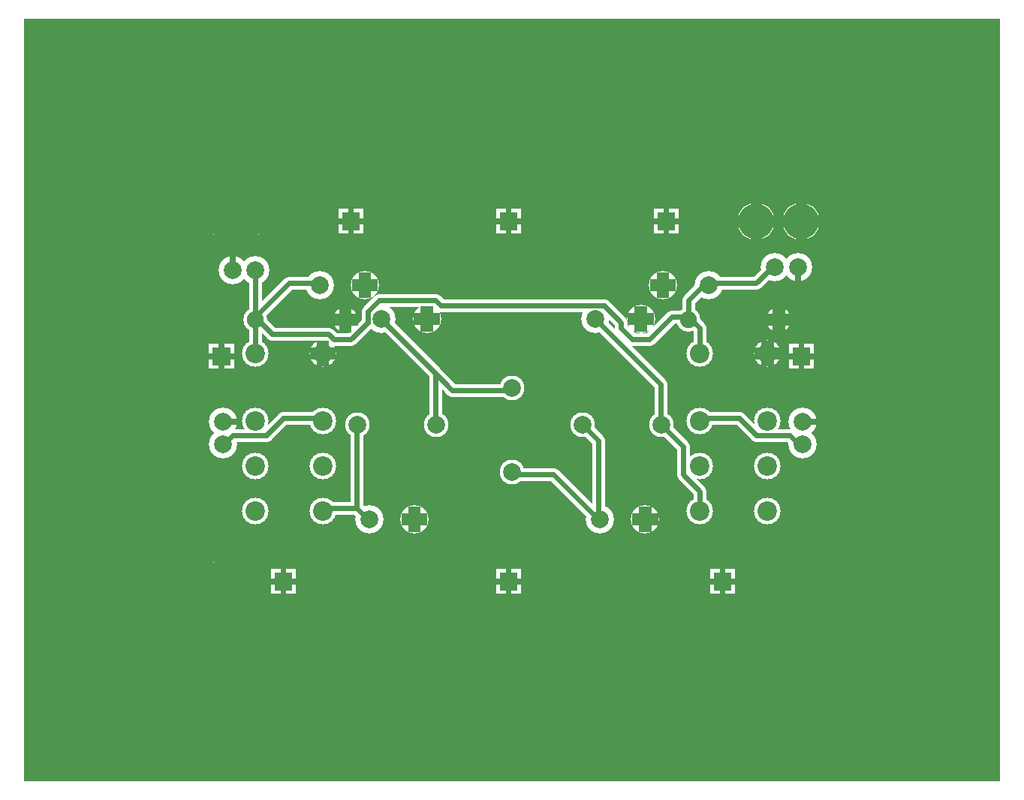
<source format=gbr>
%FSLAX34Y34*%
%MOMM*%
%LNCOPPER_BOTTOM*%
G71*
G01*
%ADD10C,3.000*%
%ADD11C,3.200*%
%ADD12C,2.700*%
%ADD13C,2.800*%
%ADD14C,2.800*%
%ADD15C,1.400*%
%ADD16C,4.200*%
%ADD17C,0.667*%
%ADD18C,0.813*%
%ADD19C,1.380*%
%ADD20C,3.053*%
%ADD21C,2.907*%
%ADD22C,2.973*%
%ADD23C,1.333*%
%ADD24C,2.200*%
%ADD25C,2.000*%
%ADD26C,1.900*%
%ADD27C,2.000*%
%ADD28C,0.600*%
%ADD29C,4.000*%
%LPD*%
G36*
X-200000Y660000D02*
X900000Y660000D01*
X900000Y-200000D01*
X-200000Y-200000D01*
X-200000Y660000D01*
G37*
%LPC*%
X60350Y282299D02*
G54D10*
D03*
X136550Y282299D02*
G54D10*
D03*
X60350Y206099D02*
G54D10*
D03*
X60350Y155299D02*
G54D10*
D03*
X60350Y104499D02*
G54D10*
D03*
X136550Y206099D02*
G54D10*
D03*
X136550Y155299D02*
G54D10*
D03*
X136550Y104499D02*
G54D10*
D03*
X562000Y282299D02*
G54D10*
D03*
X638200Y282299D02*
G54D10*
D03*
X562000Y206099D02*
G54D10*
D03*
X562000Y155299D02*
G54D10*
D03*
X562000Y104499D02*
G54D10*
D03*
X638200Y206099D02*
G54D10*
D03*
X638200Y155299D02*
G54D10*
D03*
X638200Y104499D02*
G54D10*
D03*
X184010Y359325D02*
G54D11*
D03*
X133030Y359213D02*
G54D11*
D03*
X650900Y320400D02*
G54D12*
D03*
X549300Y320400D02*
G54D12*
D03*
X175510Y202059D02*
G54D13*
D03*
X264410Y202059D02*
G54D13*
D03*
X571360Y359325D02*
G54D11*
D03*
X520380Y359213D02*
G54D11*
D03*
X350135Y243334D02*
G54D13*
D03*
X350135Y148084D02*
G54D13*
D03*
X253860Y321225D02*
G54D11*
D03*
X202879Y321113D02*
G54D11*
D03*
X188840Y95057D02*
G54D11*
D03*
X239820Y95169D02*
G54D11*
D03*
X161950Y320400D02*
G54D12*
D03*
X60350Y320400D02*
G54D12*
D03*
X449190Y95057D02*
G54D11*
D03*
X500170Y95169D02*
G54D11*
D03*
X429510Y202059D02*
G54D13*
D03*
X518410Y202059D02*
G54D13*
D03*
X495160Y321225D02*
G54D11*
D03*
X444179Y321113D02*
G54D11*
D03*
X35162Y376361D02*
G54D11*
D03*
X60662Y376361D02*
G54D11*
D03*
X23891Y205316D02*
G54D11*
D03*
X23891Y179816D02*
G54D11*
D03*
X677941Y205316D02*
G54D11*
D03*
X677941Y179816D02*
G54D11*
D03*
X239820Y95169D02*
G54D14*
D03*
X500170Y95169D02*
G54D14*
D03*
X136550Y282299D02*
G54D14*
D03*
X638200Y282299D02*
G54D14*
D03*
X161950Y320400D02*
G54D14*
D03*
X184010Y359325D02*
G54D14*
D03*
X650900Y320400D02*
G54D14*
D03*
X520380Y359213D02*
G54D14*
D03*
X253860Y321225D02*
G54D14*
D03*
X495160Y321225D02*
G54D14*
D03*
G54D15*
X60662Y376361D02*
X60350Y374250D01*
X60350Y323450D01*
X60350Y320400D01*
G54D15*
X60350Y320400D02*
X60350Y323450D01*
X98450Y361550D01*
X130200Y361550D01*
X133030Y359213D01*
G54D15*
X60350Y320400D02*
X60350Y323450D01*
X60350Y285350D01*
X60350Y282299D01*
G54D15*
X202879Y321113D02*
X200050Y323450D01*
X263550Y259950D01*
X263550Y202800D01*
X264410Y202059D01*
G54D15*
X202879Y321113D02*
X200050Y323450D01*
X282600Y240900D01*
X352450Y240900D01*
X350135Y243334D01*
G54D15*
X23891Y179816D02*
X22250Y177400D01*
X34950Y190100D01*
X73050Y190100D01*
X92100Y209150D01*
X136550Y209150D01*
X136550Y206099D01*
G54D15*
X188840Y95057D02*
X187350Y94850D01*
X174650Y107550D01*
X174650Y202800D01*
X175510Y202059D01*
G54D15*
X188840Y95057D02*
X187350Y94850D01*
X174650Y107550D01*
X136550Y107550D01*
X136550Y104499D01*
G54D15*
X449190Y95057D02*
X447700Y94850D01*
X396900Y145650D01*
X352450Y145650D01*
X350135Y148084D01*
G54D15*
X429510Y202059D02*
X428650Y202800D01*
X447700Y183750D01*
X447700Y94850D01*
X449190Y95057D01*
G54D15*
X518410Y202059D02*
X517550Y202800D01*
X542950Y177400D01*
X542950Y145650D01*
X562000Y126600D01*
X562000Y107550D01*
X562000Y104499D01*
G54D15*
X444179Y321113D02*
X441350Y323450D01*
X517550Y247250D01*
X517550Y202800D01*
X518410Y202059D01*
G54D15*
X677941Y179816D02*
X676300Y177400D01*
X663600Y190100D01*
X625500Y190100D01*
X606450Y209150D01*
X562000Y209150D01*
X562000Y206099D01*
G54D15*
X549300Y320400D02*
X549300Y323450D01*
X562000Y310750D01*
X562000Y285350D01*
X562000Y282299D01*
G54D15*
X571360Y359325D02*
X568350Y361550D01*
X549300Y342500D01*
X549300Y323450D01*
X549300Y320400D01*
G54D15*
X60350Y320400D02*
X60350Y323450D01*
X79400Y304400D01*
X142900Y304400D01*
X149250Y298050D01*
X168300Y298050D01*
X187350Y317100D01*
X187350Y329800D01*
X200050Y342500D01*
X263550Y342500D01*
X269900Y336150D01*
X454050Y336150D01*
X473100Y317100D01*
X473100Y310750D01*
X485800Y298050D01*
X504850Y298050D01*
X530250Y323450D01*
X549300Y323450D01*
X549300Y320400D01*
X672167Y379347D02*
G54D11*
D03*
X646667Y379347D02*
G54D11*
D03*
G54D15*
X646667Y379347D02*
X644550Y380600D01*
X625500Y361550D01*
X568350Y361550D01*
X571360Y359325D01*
G36*
X78100Y39000D02*
X106100Y39000D01*
X106100Y11000D01*
X78100Y11000D01*
X78100Y39000D01*
G37*
G36*
X332100Y39000D02*
X360100Y39000D01*
X360100Y11000D01*
X332100Y11000D01*
X332100Y39000D01*
G37*
G36*
X573400Y39000D02*
X601400Y39000D01*
X601400Y11000D01*
X573400Y11000D01*
X573400Y39000D01*
G37*
G36*
X154300Y445400D02*
X182300Y445400D01*
X182300Y417400D01*
X154300Y417400D01*
X154300Y445400D01*
G37*
G36*
X332100Y445400D02*
X360100Y445400D01*
X360100Y417400D01*
X332100Y417400D01*
X332100Y445400D01*
G37*
G36*
X509900Y445400D02*
X537900Y445400D01*
X537900Y417400D01*
X509900Y417400D01*
X509900Y445400D01*
G37*
X676300Y31350D02*
G54D16*
D03*
X28600Y31350D02*
G54D16*
D03*
X28600Y431400D02*
G54D16*
D03*
X676300Y431400D02*
G54D16*
D03*
X79400Y431400D02*
G54D16*
D03*
X625500Y431400D02*
G54D16*
D03*
G36*
X662300Y293000D02*
X690300Y293000D01*
X690300Y265000D01*
X662300Y265000D01*
X662300Y293000D01*
G37*
G36*
X8250Y293000D02*
X36250Y293000D01*
X36250Y265000D01*
X8250Y265000D01*
X8250Y293000D01*
G37*
%LPD*%
G54D17*
G36*
X31828Y376361D02*
X31828Y392861D01*
X38495Y392861D01*
X38495Y376361D01*
X31828Y376361D01*
G37*
G54D18*
G54D17*
G36*
X23891Y208650D02*
X40391Y208650D01*
X40391Y201983D01*
X23891Y201983D01*
X23891Y208650D01*
G37*
G54D18*
G54D17*
G36*
X677941Y208650D02*
X694441Y208650D01*
X694441Y201983D01*
X677941Y201983D01*
X677941Y208650D01*
G37*
G54D18*
G54D19*
G36*
X232920Y95169D02*
X232920Y109669D01*
X246720Y109669D01*
X246720Y95169D01*
X232920Y95169D01*
G37*
G36*
X239820Y102069D02*
X254320Y102069D01*
X254320Y88269D01*
X239820Y88269D01*
X239820Y102069D01*
G37*
G36*
X246720Y95169D02*
X246720Y80669D01*
X232920Y80669D01*
X232920Y95169D01*
X246720Y95169D01*
G37*
G36*
X239820Y88269D02*
X225320Y88269D01*
X225320Y102069D01*
X239820Y102069D01*
X239820Y88269D01*
G37*
G54D19*
G36*
X493270Y95169D02*
X493270Y109669D01*
X507070Y109669D01*
X507070Y95169D01*
X493270Y95169D01*
G37*
G36*
X500170Y102069D02*
X514670Y102069D01*
X514670Y88269D01*
X500170Y88269D01*
X500170Y102069D01*
G37*
G36*
X507070Y95169D02*
X507070Y80669D01*
X493270Y80669D01*
X493270Y95169D01*
X507070Y95169D01*
G37*
G36*
X500170Y88269D02*
X485670Y88269D01*
X485670Y102069D01*
X500170Y102069D01*
X500170Y88269D01*
G37*
G54D19*
G36*
X129650Y282299D02*
X129650Y296799D01*
X143450Y296799D01*
X143450Y282299D01*
X129650Y282299D01*
G37*
G36*
X136550Y289199D02*
X151050Y289199D01*
X151050Y275399D01*
X136550Y275399D01*
X136550Y289199D01*
G37*
G36*
X143450Y282299D02*
X143450Y267799D01*
X129650Y267799D01*
X129650Y282299D01*
X143450Y282299D01*
G37*
G36*
X136550Y275399D02*
X122050Y275399D01*
X122050Y289199D01*
X136550Y289199D01*
X136550Y275399D01*
G37*
G54D19*
G36*
X631300Y282299D02*
X631300Y296799D01*
X645100Y296799D01*
X645100Y282299D01*
X631300Y282299D01*
G37*
G36*
X638200Y289199D02*
X652700Y289199D01*
X652700Y275399D01*
X638200Y275399D01*
X638200Y289199D01*
G37*
G36*
X645100Y282299D02*
X645100Y267799D01*
X631300Y267799D01*
X631300Y282299D01*
X645100Y282299D01*
G37*
G36*
X638200Y275399D02*
X623700Y275399D01*
X623700Y289199D01*
X638200Y289199D01*
X638200Y275399D01*
G37*
G54D19*
G36*
X155050Y320400D02*
X155050Y334900D01*
X168850Y334900D01*
X168850Y320400D01*
X155050Y320400D01*
G37*
G36*
X161950Y327300D02*
X176450Y327300D01*
X176450Y313500D01*
X161950Y313500D01*
X161950Y327300D01*
G37*
G36*
X168850Y320400D02*
X168850Y305900D01*
X155050Y305900D01*
X155050Y320400D01*
X168850Y320400D01*
G37*
G36*
X161950Y313500D02*
X147450Y313500D01*
X147450Y327300D01*
X161950Y327300D01*
X161950Y313500D01*
G37*
G54D19*
G36*
X177110Y359325D02*
X177110Y373825D01*
X190910Y373825D01*
X190910Y359325D01*
X177110Y359325D01*
G37*
G36*
X184010Y366225D02*
X198510Y366225D01*
X198510Y352425D01*
X184010Y352425D01*
X184010Y366225D01*
G37*
G36*
X190910Y359325D02*
X190910Y344825D01*
X177110Y344825D01*
X177110Y359325D01*
X190910Y359325D01*
G37*
G36*
X184010Y352425D02*
X169510Y352425D01*
X169510Y366225D01*
X184010Y366225D01*
X184010Y352425D01*
G37*
G54D19*
G36*
X644000Y320400D02*
X644000Y334900D01*
X657800Y334900D01*
X657800Y320400D01*
X644000Y320400D01*
G37*
G36*
X650900Y327300D02*
X665400Y327300D01*
X665400Y313500D01*
X650900Y313500D01*
X650900Y327300D01*
G37*
G36*
X657800Y320400D02*
X657800Y305900D01*
X644000Y305900D01*
X644000Y320400D01*
X657800Y320400D01*
G37*
G36*
X650900Y313500D02*
X636400Y313500D01*
X636400Y327300D01*
X650900Y327300D01*
X650900Y313500D01*
G37*
G54D19*
G36*
X513480Y359213D02*
X513480Y373713D01*
X527280Y373713D01*
X527280Y359213D01*
X513480Y359213D01*
G37*
G36*
X520380Y366113D02*
X534880Y366113D01*
X534880Y352313D01*
X520380Y352313D01*
X520380Y366113D01*
G37*
G36*
X527280Y359213D02*
X527280Y344713D01*
X513480Y344713D01*
X513480Y359213D01*
X527280Y359213D01*
G37*
G36*
X520380Y352313D02*
X505880Y352313D01*
X505880Y366113D01*
X520380Y366113D01*
X520380Y352313D01*
G37*
G54D19*
G36*
X246960Y321225D02*
X246960Y335725D01*
X260760Y335725D01*
X260760Y321225D01*
X246960Y321225D01*
G37*
G36*
X253860Y328125D02*
X268360Y328125D01*
X268360Y314325D01*
X253860Y314325D01*
X253860Y328125D01*
G37*
G36*
X260760Y321225D02*
X260760Y306725D01*
X246960Y306725D01*
X246960Y321225D01*
X260760Y321225D01*
G37*
G36*
X253860Y314325D02*
X239360Y314325D01*
X239360Y328125D01*
X253860Y328125D01*
X253860Y314325D01*
G37*
G54D19*
G36*
X488260Y321225D02*
X488260Y335725D01*
X502060Y335725D01*
X502060Y321225D01*
X488260Y321225D01*
G37*
G36*
X495160Y328125D02*
X509660Y328125D01*
X509660Y314325D01*
X495160Y314325D01*
X495160Y328125D01*
G37*
G36*
X502060Y321225D02*
X502060Y306725D01*
X488260Y306725D01*
X488260Y321225D01*
X502060Y321225D01*
G37*
G36*
X495160Y314325D02*
X480660Y314325D01*
X480660Y328125D01*
X495160Y328125D01*
X495160Y314325D01*
G37*
G54D17*
G36*
X675500Y379347D02*
X675500Y362847D01*
X668834Y362847D01*
X668834Y379347D01*
X675500Y379347D01*
G37*
G54D18*
G54D17*
G36*
X88767Y25000D02*
X88767Y39500D01*
X95433Y39500D01*
X95433Y25000D01*
X88767Y25000D01*
G37*
G36*
X92100Y28333D02*
X106600Y28333D01*
X106600Y21667D01*
X92100Y21667D01*
X92100Y28333D01*
G37*
G36*
X95433Y25000D02*
X95433Y10500D01*
X88767Y10500D01*
X88767Y25000D01*
X95433Y25000D01*
G37*
G36*
X92100Y21667D02*
X77600Y21667D01*
X77600Y28333D01*
X92100Y28333D01*
X92100Y21667D01*
G37*
G54D17*
G36*
X342767Y25000D02*
X342767Y39500D01*
X349433Y39500D01*
X349433Y25000D01*
X342767Y25000D01*
G37*
G36*
X346100Y28333D02*
X360600Y28333D01*
X360600Y21666D01*
X346100Y21666D01*
X346100Y28333D01*
G37*
G36*
X349433Y25000D02*
X349433Y10500D01*
X342767Y10500D01*
X342767Y25000D01*
X349433Y25000D01*
G37*
G36*
X346100Y21666D02*
X331600Y21666D01*
X331600Y28333D01*
X346100Y28333D01*
X346100Y21666D01*
G37*
G54D17*
G36*
X584067Y25000D02*
X584067Y39500D01*
X590733Y39500D01*
X590733Y25000D01*
X584067Y25000D01*
G37*
G36*
X587400Y28333D02*
X601900Y28333D01*
X601900Y21667D01*
X587400Y21667D01*
X587400Y28333D01*
G37*
G36*
X590733Y25000D02*
X590733Y10500D01*
X584067Y10500D01*
X584067Y25000D01*
X590733Y25000D01*
G37*
G36*
X587400Y21667D02*
X572900Y21667D01*
X572900Y28333D01*
X587400Y28333D01*
X587400Y21667D01*
G37*
G54D17*
G36*
X164967Y431400D02*
X164967Y445900D01*
X171633Y445900D01*
X171633Y431400D01*
X164967Y431400D01*
G37*
G36*
X168300Y434733D02*
X182800Y434733D01*
X182800Y428067D01*
X168300Y428067D01*
X168300Y434733D01*
G37*
G36*
X171633Y431400D02*
X171633Y416900D01*
X164967Y416900D01*
X164967Y431400D01*
X171633Y431400D01*
G37*
G36*
X168300Y428067D02*
X153800Y428067D01*
X153800Y434733D01*
X168300Y434733D01*
X168300Y428067D01*
G37*
G54D17*
G36*
X342767Y431400D02*
X342767Y445900D01*
X349433Y445900D01*
X349433Y431400D01*
X342767Y431400D01*
G37*
G36*
X346100Y434733D02*
X360600Y434733D01*
X360600Y428067D01*
X346100Y428067D01*
X346100Y434733D01*
G37*
G36*
X349433Y431400D02*
X349433Y416900D01*
X342767Y416900D01*
X342767Y431400D01*
X349433Y431400D01*
G37*
G36*
X346100Y428067D02*
X331600Y428067D01*
X331600Y434733D01*
X346100Y434733D01*
X346100Y428067D01*
G37*
G54D17*
G36*
X520567Y431400D02*
X520567Y445900D01*
X527233Y445900D01*
X527233Y431400D01*
X520567Y431400D01*
G37*
G36*
X523900Y434733D02*
X538400Y434733D01*
X538400Y428067D01*
X523900Y428067D01*
X523900Y434733D01*
G37*
G36*
X527233Y431400D02*
X527233Y416900D01*
X520567Y416900D01*
X520567Y431400D01*
X527233Y431400D01*
G37*
G36*
X523900Y428067D02*
X509400Y428067D01*
X509400Y434733D01*
X523900Y434733D01*
X523900Y428067D01*
G37*
G54D20*
G36*
X676300Y46617D02*
X697800Y46617D01*
X697800Y16083D01*
X676300Y16083D01*
X676300Y46617D01*
G37*
G36*
X691567Y31350D02*
X691567Y9850D01*
X661033Y9850D01*
X661033Y31350D01*
X691567Y31350D01*
G37*
G36*
X676300Y16083D02*
X654800Y16083D01*
X654800Y46617D01*
X676300Y46617D01*
X676300Y16083D01*
G37*
G36*
X661033Y31350D02*
X661033Y52850D01*
X691567Y52850D01*
X691567Y31350D01*
X661033Y31350D01*
G37*
G54D21*
G36*
X28600Y45883D02*
X50100Y45883D01*
X50100Y16817D01*
X28600Y16817D01*
X28600Y45883D01*
G37*
G36*
X43133Y31350D02*
X43133Y9850D01*
X14067Y9850D01*
X14067Y31350D01*
X43133Y31350D01*
G37*
G36*
X28600Y16817D02*
X7100Y16817D01*
X7100Y45883D01*
X28600Y45883D01*
X28600Y16817D01*
G37*
G36*
X14067Y31350D02*
X14067Y52850D01*
X43133Y52850D01*
X43133Y31350D01*
X14067Y31350D01*
G37*
G54D22*
G36*
X28600Y446267D02*
X50100Y446267D01*
X50100Y416533D01*
X28600Y416533D01*
X28600Y446267D01*
G37*
G36*
X43467Y431400D02*
X43467Y409900D01*
X13733Y409900D01*
X13733Y431400D01*
X43467Y431400D01*
G37*
G36*
X28600Y416533D02*
X7100Y416533D01*
X7100Y446267D01*
X28600Y446267D01*
X28600Y416533D01*
G37*
G36*
X13733Y431400D02*
X13733Y452900D01*
X43467Y452900D01*
X43467Y431400D01*
X13733Y431400D01*
G37*
G54D23*
G36*
X676300Y438067D02*
X697800Y438067D01*
X697800Y424733D01*
X676300Y424733D01*
X676300Y438067D01*
G37*
G36*
X682967Y431400D02*
X682967Y409900D01*
X669633Y409900D01*
X669633Y431400D01*
X682967Y431400D01*
G37*
G36*
X676300Y424733D02*
X654800Y424733D01*
X654800Y438067D01*
X676300Y438067D01*
X676300Y424733D01*
G37*
G36*
X669633Y431400D02*
X669633Y452900D01*
X682967Y452900D01*
X682967Y431400D01*
X669633Y431400D01*
G37*
G54D22*
G36*
X79400Y446267D02*
X100900Y446267D01*
X100900Y416533D01*
X79400Y416533D01*
X79400Y446267D01*
G37*
G36*
X94267Y431400D02*
X94267Y409900D01*
X64533Y409900D01*
X64533Y431400D01*
X94267Y431400D01*
G37*
G36*
X79400Y416533D02*
X57900Y416533D01*
X57900Y446267D01*
X79400Y446267D01*
X79400Y416533D01*
G37*
G36*
X64533Y431400D02*
X64533Y452900D01*
X94267Y452900D01*
X94267Y431400D01*
X64533Y431400D01*
G37*
G54D23*
G36*
X625500Y438067D02*
X647000Y438067D01*
X647000Y424733D01*
X625500Y424733D01*
X625500Y438067D01*
G37*
G36*
X632167Y431400D02*
X632167Y409900D01*
X618833Y409900D01*
X618833Y431400D01*
X632167Y431400D01*
G37*
G36*
X625500Y424733D02*
X604000Y424733D01*
X604000Y438067D01*
X625500Y438067D01*
X625500Y424733D01*
G37*
G36*
X618833Y431400D02*
X618833Y452900D01*
X632167Y452900D01*
X632167Y431400D01*
X618833Y431400D01*
G37*
G54D17*
G36*
X672967Y279000D02*
X672967Y293500D01*
X679633Y293500D01*
X679633Y279000D01*
X672967Y279000D01*
G37*
G36*
X676300Y282333D02*
X690800Y282333D01*
X690800Y275667D01*
X676300Y275667D01*
X676300Y282333D01*
G37*
G36*
X679633Y279000D02*
X679633Y264500D01*
X672967Y264500D01*
X672967Y279000D01*
X679633Y279000D01*
G37*
G36*
X676300Y275667D02*
X661800Y275667D01*
X661800Y282333D01*
X676300Y282333D01*
X676300Y275667D01*
G37*
G54D17*
G36*
X18917Y279000D02*
X18917Y293500D01*
X25583Y293500D01*
X25583Y279000D01*
X18917Y279000D01*
G37*
G36*
X22250Y282333D02*
X36750Y282333D01*
X36750Y275667D01*
X22250Y275667D01*
X22250Y282333D01*
G37*
G36*
X25583Y279000D02*
X25583Y264500D01*
X18917Y264500D01*
X18917Y279000D01*
X25583Y279000D01*
G37*
G36*
X22250Y275667D02*
X7750Y275667D01*
X7750Y282333D01*
X22250Y282333D01*
X22250Y275667D01*
G37*
X60350Y282299D02*
G54D24*
D03*
X136550Y282299D02*
G54D24*
D03*
X60350Y206099D02*
G54D24*
D03*
X60350Y155299D02*
G54D24*
D03*
X60350Y104499D02*
G54D24*
D03*
X136550Y206099D02*
G54D24*
D03*
X136550Y155299D02*
G54D24*
D03*
X136550Y104499D02*
G54D24*
D03*
X562000Y282299D02*
G54D24*
D03*
X638200Y282299D02*
G54D24*
D03*
X562000Y206099D02*
G54D24*
D03*
X562000Y155299D02*
G54D24*
D03*
X562000Y104499D02*
G54D24*
D03*
X638200Y206099D02*
G54D24*
D03*
X638200Y155299D02*
G54D24*
D03*
X638200Y104499D02*
G54D24*
D03*
X184010Y359325D02*
G54D25*
D03*
X133030Y359213D02*
G54D25*
D03*
X650900Y320400D02*
G54D26*
D03*
X549300Y320400D02*
G54D26*
D03*
X175510Y202059D02*
G54D27*
D03*
X264410Y202059D02*
G54D27*
D03*
X571360Y359325D02*
G54D25*
D03*
X520380Y359213D02*
G54D25*
D03*
X350135Y243334D02*
G54D27*
D03*
X350135Y148084D02*
G54D27*
D03*
X253860Y321225D02*
G54D25*
D03*
X202879Y321113D02*
G54D25*
D03*
X188840Y95057D02*
G54D25*
D03*
X239820Y95169D02*
G54D25*
D03*
X161950Y320400D02*
G54D26*
D03*
X60350Y320400D02*
G54D26*
D03*
X449190Y95057D02*
G54D25*
D03*
X500170Y95169D02*
G54D25*
D03*
X429510Y202059D02*
G54D27*
D03*
X518410Y202059D02*
G54D27*
D03*
X495160Y321225D02*
G54D25*
D03*
X444179Y321113D02*
G54D25*
D03*
X35162Y376361D02*
G54D25*
D03*
X60662Y376361D02*
G54D25*
D03*
X23891Y205316D02*
G54D25*
D03*
X23891Y179816D02*
G54D25*
D03*
X677941Y205316D02*
G54D25*
D03*
X677941Y179816D02*
G54D25*
D03*
X239820Y95169D02*
G54D25*
D03*
X500170Y95169D02*
G54D25*
D03*
X136550Y282299D02*
G54D25*
D03*
X638200Y282299D02*
G54D25*
D03*
X161950Y320400D02*
G54D25*
D03*
X184010Y359325D02*
G54D25*
D03*
X650900Y320400D02*
G54D25*
D03*
X520380Y359213D02*
G54D25*
D03*
X253860Y321225D02*
G54D25*
D03*
X495160Y321225D02*
G54D25*
D03*
G54D28*
X60662Y376361D02*
X60350Y374250D01*
X60350Y323450D01*
X60350Y320400D01*
G54D28*
X60350Y320400D02*
X60350Y323450D01*
X98450Y361550D01*
X130200Y361550D01*
X133030Y359213D01*
G54D28*
X60350Y320400D02*
X60350Y323450D01*
X60350Y285350D01*
X60350Y282299D01*
G54D28*
X202879Y321113D02*
X200050Y323450D01*
X263550Y259950D01*
X263550Y202800D01*
X264410Y202059D01*
G54D28*
X202879Y321113D02*
X200050Y323450D01*
X282600Y240900D01*
X352450Y240900D01*
X350135Y243334D01*
G54D28*
X23891Y179816D02*
X22250Y177400D01*
X34950Y190100D01*
X73050Y190100D01*
X92100Y209150D01*
X136550Y209150D01*
X136550Y206099D01*
G54D28*
X188840Y95057D02*
X187350Y94850D01*
X174650Y107550D01*
X174650Y202800D01*
X175510Y202059D01*
G54D28*
X188840Y95057D02*
X187350Y94850D01*
X174650Y107550D01*
X136550Y107550D01*
X136550Y104499D01*
G54D28*
X449190Y95057D02*
X447700Y94850D01*
X396900Y145650D01*
X352450Y145650D01*
X350135Y148084D01*
G54D28*
X429510Y202059D02*
X428650Y202800D01*
X447700Y183750D01*
X447700Y94850D01*
X449190Y95057D01*
G54D28*
X518410Y202059D02*
X517550Y202800D01*
X542950Y177400D01*
X542950Y145650D01*
X562000Y126600D01*
X562000Y107550D01*
X562000Y104499D01*
G54D28*
X444179Y321113D02*
X441350Y323450D01*
X517550Y247250D01*
X517550Y202800D01*
X518410Y202059D01*
G54D28*
X677941Y179816D02*
X676300Y177400D01*
X663600Y190100D01*
X625500Y190100D01*
X606450Y209150D01*
X562000Y209150D01*
X562000Y206099D01*
G54D28*
X549300Y320400D02*
X549300Y323450D01*
X562000Y310750D01*
X562000Y285350D01*
X562000Y282299D01*
G54D28*
X571360Y359325D02*
X568350Y361550D01*
X549300Y342500D01*
X549300Y323450D01*
X549300Y320400D01*
G54D28*
X60350Y320400D02*
X60350Y323450D01*
X79400Y304400D01*
X142900Y304400D01*
X149250Y298050D01*
X168300Y298050D01*
X187350Y317100D01*
X187350Y329800D01*
X200050Y342500D01*
X263550Y342500D01*
X269900Y336150D01*
X454050Y336150D01*
X473100Y317100D01*
X473100Y310750D01*
X485800Y298050D01*
X504850Y298050D01*
X530250Y323450D01*
X549300Y323450D01*
X549300Y320400D01*
X672167Y379347D02*
G54D25*
D03*
X646667Y379347D02*
G54D25*
D03*
G54D28*
X646667Y379347D02*
X644550Y380600D01*
X625500Y361550D01*
X568350Y361550D01*
X571360Y359325D01*
G36*
X82100Y35000D02*
X102100Y35000D01*
X102100Y15000D01*
X82100Y15000D01*
X82100Y35000D01*
G37*
G36*
X336100Y35000D02*
X356100Y35000D01*
X356100Y15000D01*
X336100Y15000D01*
X336100Y35000D01*
G37*
G36*
X577400Y35000D02*
X597400Y35000D01*
X597400Y15000D01*
X577400Y15000D01*
X577400Y35000D01*
G37*
G36*
X158300Y441400D02*
X178300Y441400D01*
X178300Y421400D01*
X158300Y421400D01*
X158300Y441400D01*
G37*
G36*
X336100Y441400D02*
X356100Y441400D01*
X356100Y421400D01*
X336100Y421400D01*
X336100Y441400D01*
G37*
G36*
X513900Y441400D02*
X533900Y441400D01*
X533900Y421400D01*
X513900Y421400D01*
X513900Y441400D01*
G37*
X676300Y31350D02*
G54D29*
D03*
X28600Y31350D02*
G54D29*
D03*
X28600Y431400D02*
G54D29*
D03*
X676300Y431400D02*
G54D29*
D03*
X79400Y431400D02*
G54D29*
D03*
X625500Y431400D02*
G54D29*
D03*
G36*
X666300Y289000D02*
X686300Y289000D01*
X686300Y269000D01*
X666300Y269000D01*
X666300Y289000D01*
G37*
G36*
X12250Y289000D02*
X32250Y289000D01*
X32250Y269000D01*
X12250Y269000D01*
X12250Y289000D01*
G37*
M02*

</source>
